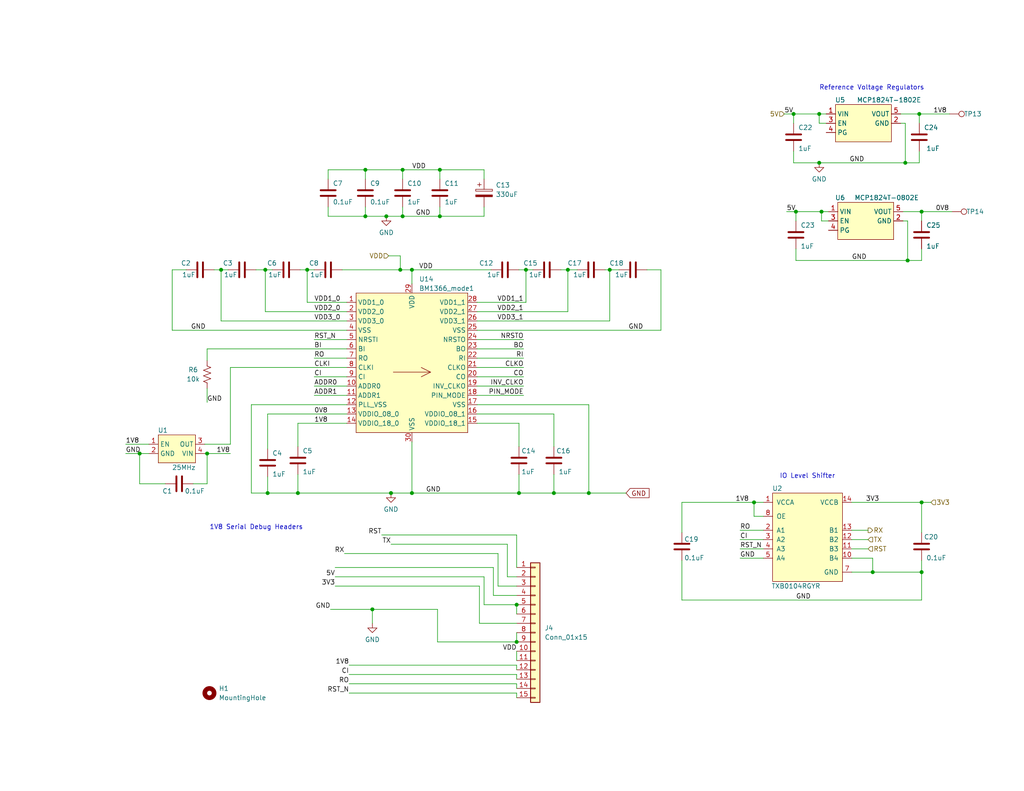
<source format=kicad_sch>
(kicad_sch (version 20230121) (generator eeschema)
  (paper "A")
  (title_block (title "BM1366 bitaxe") (date "2023-10-25") (rev "203"))
  (lib_symbols
    (symbol "Connector:TestPoint" (pin_numbers hide) (pin_names (offset 0.762) hide)
      (property "Reference" "TP" (at 0 6.858 0))
      (property "Value" "TestPoint" (at 0 5.08 0))
      (symbol "TestPoint_0_1"
        (circle (center 0 3.302) (radius 0.762))
      )
      (symbol "TestPoint_1_1"
        (pin passive line (at 0 0 90) (length 2.54) (name "1") (number "1"))
      )
    )
    (symbol "Connector_Generic:Conn_01x15" (pin_names (offset 1.016) hide)
      (property "Reference" "J" (at 0 20.32 0))
      (property "Value" "Conn_01x15" (at 0 -20.32 0))
      (symbol "Conn_01x15_1_1"
        (rectangle (start -1.27 -17.653) (end 0 -17.907) (stroke (width 0.1524)))
        (rectangle (start -1.27 -15.113) (end 0 -15.367) (stroke (width 0.1524)))
        (rectangle (start -1.27 -12.573) (end 0 -12.827) (stroke (width 0.1524)))
        (rectangle (start -1.27 -10.033) (end 0 -10.287) (stroke (width 0.1524)))
        (rectangle (start -1.27 -7.493) (end 0 -7.747) (stroke (width 0.1524)))
        (rectangle (start -1.27 -4.953) (end 0 -5.207) (stroke (width 0.1524)))
        (rectangle (start -1.27 -2.413) (end 0 -2.667) (stroke (width 0.1524)))
        (rectangle (start -1.27 0.127) (end 0 -0.127) (stroke (width 0.1524)))
        (rectangle (start -1.27 2.667) (end 0 2.413) (stroke (width 0.1524)))
        (rectangle (start -1.27 5.207) (end 0 4.953) (stroke (width 0.1524)))
        (rectangle (start -1.27 7.747) (end 0 7.493) (stroke (width 0.1524)))
        (rectangle (start -1.27 10.287) (end 0 10.033) (stroke (width 0.1524)))
        (rectangle (start -1.27 12.827) (end 0 12.573) (stroke (width 0.1524)))
        (rectangle (start -1.27 15.367) (end 0 15.113) (stroke (width 0.1524)))
        (rectangle (start -1.27 17.907) (end 0 17.653) (stroke (width 0.1524)))
        (rectangle (start -1.27 19.05) (end 1.27 -19.05) (stroke (width 0.254)) (fill (type background)))
        (pin passive line (at -5.08 17.78 0) (length 3.81) (name "Pin_1") (number "1"))
        (pin passive line (at -5.08 -5.08 0) (length 3.81) (name "Pin_10") (number "10"))
        (pin passive line (at -5.08 -7.62 0) (length 3.81) (name "Pin_11") (number "11"))
        (pin passive line (at -5.08 -10.16 0) (length 3.81) (name "Pin_12") (number "12"))
        (pin passive line (at -5.08 -12.7 0) (length 3.81) (name "Pin_13") (number "13"))
        (pin passive line (at -5.08 -15.24 0) (length 3.81) (name "Pin_14") (number "14"))
        (pin passive line (at -5.08 -17.78 0) (length 3.81) (name "Pin_15") (number "15"))
        (pin passive line (at -5.08 15.24 0) (length 3.81) (name "Pin_2") (number "2"))
        (pin passive line (at -5.08 12.7 0) (length 3.81) (name "Pin_3") (number "3"))
        (pin passive line (at -5.08 10.16 0) (length 3.81) (name "Pin_4") (number "4"))
        (pin passive line (at -5.08 7.62 0) (length 3.81) (name "Pin_5") (number "5"))
        (pin passive line (at -5.08 5.08 0) (length 3.81) (name "Pin_6") (number "6"))
        (pin passive line (at -5.08 2.54 0) (length 3.81) (name "Pin_7") (number "7"))
        (pin passive line (at -5.08 0 0) (length 3.81) (name "Pin_8") (number "8"))
        (pin passive line (at -5.08 -2.54 0) (length 3.81) (name "Pin_9") (number "9"))
      )
    )
    (symbol "Device:C" (pin_numbers hide) (pin_names (offset 0.254))
      (property "Reference" "C" (at 0.635 2.54 0))
      (property "Value" "C" (at 0.635 -2.54 0))
      (symbol "C_0_1"
        (polyline (pts (xy -2.032 -0.762) (xy 2.032 -0.762)) (stroke (width 0.508)))
        (polyline (pts (xy -2.032 0.762) (xy 2.032 0.762)) (stroke (width 0.508)))
      )
      (symbol "C_1_1"
        (pin passive line (at 0 3.81 270) (length 2.794) (name "~") (number "1"))
        (pin passive line (at 0 -3.81 90) (length 2.794) (name "~") (number "2"))
      )
    )
    (symbol "Device:C_Polarized" (pin_numbers hide) (pin_names (offset 0.254))
      (property "Reference" "C" (at 0.635 2.54 0))
      (property "Value" "C_Polarized" (at 0.635 -2.54 0))
      (symbol "C_Polarized_0_1"
        (rectangle (start -2.286 0.508) (end 2.286 1.016))
        (polyline (pts (xy -1.778 2.286) (xy -0.762 2.286)))
        (polyline (pts (xy -1.27 2.794) (xy -1.27 1.778)))
        (rectangle (start 2.286 -0.508) (end -2.286 -1.016) (fill (type outline)))
      )
      (symbol "C_Polarized_1_1"
        (pin passive line (at 0 3.81 270) (length 2.794) (name "~") (number "1"))
        (pin passive line (at 0 -3.81 90) (length 2.794) (name "~") (number "2"))
      )
    )
    (symbol "Device:R_US" (pin_numbers hide) (pin_names (offset 0))
      (property "Reference" "R" (at 2.54 0 90))
      (property "Value" "R_US" (at -2.54 0 90))
      (symbol "R_US_0_1"
        (polyline (pts (xy 0 -2.286) (xy 0 -2.54)))
        (polyline (pts (xy 0 2.286) (xy 0 2.54)))
        (polyline (pts (xy 0 -0.762) (xy 1.016 -1.143) (xy 0 -1.524) (xy -1.016 -1.905) (xy 0 -2.286)))
        (polyline (pts (xy 0 0.762) (xy 1.016 0.381) (xy 0 0) (xy -1.016 -0.381) (xy 0 -0.762)))
        (polyline (pts (xy 0 2.286) (xy 1.016 1.905) (xy 0 1.524) (xy -1.016 1.143) (xy 0 0.762)))
      )
      (symbol "R_US_1_1"
        (pin passive line (at 0 3.81 270) (length 1.27) (name "~") (number "1"))
        (pin passive line (at 0 -3.81 90) (length 1.27) (name "~") (number "2"))
      )
    )
    (symbol "Mechanical:MountingHole" (pin_names (offset 1.016))
      (property "Reference" "H" (at 0 5.08 0))
      (property "Value" "MountingHole" (at 0 3.175 0))
      (symbol "MountingHole_0_1"
        (circle (center 0 0) (radius 1.27) (stroke (width 1.27)))
      )
    )
    (symbol "bitaxe:BM1366_mode1"
      (property "Reference" "U14" (at 1.9559 24.13 0))
      (property "Value" "BM1366_mode1" (at 1.9559 21.59 0))
      (symbol "BM1366_mode1_0_1"
        (rectangle (start -15.24 20.32) (end 15.24 -17.78) (fill (type background)))
        (polyline (pts (xy 5.08 -1.27) (xy -5.08 -1.27)))
        (polyline (pts (xy 5.08 -1.27) (xy 2.54 -2.54)))
        (polyline (pts (xy 5.08 -1.27) (xy 2.54 0)))
      )
      (symbol "BM1366_mode1_1_1"
        (pin power_in line (at -17.78 17.78 0) (length 2.54) (name "VDD1_0") (number "1"))
        (pin input line (at -17.78 -5.08 0) (length 2.54) (name "ADDR0") (number "10"))
        (pin input line (at -17.78 -7.62 0) (length 2.54) (name "ADDR1") (number "11"))
        (pin power_in line (at -17.78 -10.16 0) (length 2.54) (name "PLL_VSS") (number "12"))
        (pin power_in line (at -17.78 -12.7 0) (length 2.54) (name "VDDIO_08_0") (number "13"))
        (pin power_in line (at -17.78 -15.24 0) (length 2.54) (name "VDDIO_18_0") (number "14"))
        (pin power_in line (at 17.78 -15.24 180) (length 2.54) (name "VDDIO_18_1") (number "15"))
        (pin power_in line (at 17.78 -12.7 180) (length 2.54) (name "VDDIO_08_1") (number "16"))
        (pin power_in line (at 17.78 -10.16 180) (length 2.54) (name "VSS") (number "17"))
        (pin input line (at 17.78 -7.62 180) (length 2.54) (name "PIN_MODE") (number "18"))
        (pin output line (at 17.78 -5.08 180) (length 2.54) (name "INV_CLKO") (number "19"))
        (pin power_in line (at -17.78 15.24 0) (length 2.54) (name "VDD2_0") (number "2"))
        (pin output line (at 17.78 -2.54 180) (length 2.54) (name "CO") (number "20"))
        (pin output line (at 17.78 0 180) (length 2.54) (name "CLKO") (number "21"))
        (pin input line (at 17.78 2.54 180) (length 2.54) (name "RI") (number "22"))
        (pin output line (at 17.78 5.08 180) (length 2.54) (name "BO") (number "23"))
        (pin output line (at 17.78 7.62 180) (length 2.54) (name "NRSTO") (number "24"))
        (pin power_in line (at 17.78 10.16 180) (length 2.54) (name "VSS") (number "25"))
        (pin power_in line (at 17.78 12.7 180) (length 2.54) (name "VDD3_1") (number "26"))
        (pin power_in line (at 17.78 15.24 180) (length 2.54) (name "VDD2_1") (number "27"))
        (pin power_in line (at 17.78 17.78 180) (length 2.54) (name "VDD1_1") (number "28"))
        (pin power_in line (at 0 22.86 270) (length 2.54) (name "VDD") (number "29"))
        (pin power_in line (at -17.78 12.7 0) (length 2.54) (name "VDD3_0") (number "3"))
        (pin power_in line (at 0 -20.32 90) (length 2.54) (name "VSS") (number "30"))
        (pin power_in line (at -17.78 10.16 0) (length 2.54) (name "VSS") (number "4"))
        (pin input line (at -17.78 7.62 0) (length 2.54) (name "NRSTI") (number "5"))
        (pin input line (at -17.78 5.08 0) (length 2.54) (name "BI") (number "6"))
        (pin output line (at -17.78 2.54 0) (length 2.54) (name "RO") (number "7"))
        (pin input line (at -17.78 0 0) (length 2.54) (name "CLKI") (number "8"))
        (pin input line (at -17.78 -2.54 0) (length 2.54) (name "CI") (number "9"))
      )
    )
    (symbol "bitaxe:MCP1824"
      (property "Reference" "U" (at -7.62 5.08 0))
      (property "Value" "MCP1824" (at 5.08 5.08 0))
      (symbol "MCP1824_0_1"
        (rectangle (start -7.62 3.81) (end 7.62 -6.35) (stroke (width 0.1524)) (fill (type background)))
      )
      (symbol "MCP1824_1_0"
        (pin bidirectional line (at -10.16 1.27 0) (length 2.54) (name "VIN") (number "1"))
        (pin bidirectional line (at 10.16 -1.27 180) (length 2.54) (name "GND") (number "2"))
        (pin bidirectional line (at -10.16 -1.27 0) (length 2.54) (name "EN") (number "3"))
        (pin bidirectional line (at -10.16 -3.81 0) (length 2.54) (name "PG") (number "4"))
        (pin bidirectional line (at 10.16 1.27 180) (length 2.54) (name "VOUT") (number "5"))
      )
    )
    (symbol "bitaxe:TXB0104RGYR" (pin_names (offset 1.016))
      (property "Reference" "U" (at -8.89 12.7 0))
      (property "Value" "TXB0104RGYR" (at -8.89 -11.43 0))
      (symbol "TXB0104RGYR_0_0"
        (rectangle (start -8.89 12.7) (end 10.16 -11.43) (stroke (width 0.1524)) (fill (type background)))
        (pin power_in line (at -11.43 10.16 0) (length 2.54) (name "VCCA") (number "1"))
        (pin bidirectional line (at 12.7 -5.08 180) (length 2.54) (name "B4") (number "10"))
        (pin bidirectional line (at 12.7 -2.54 180) (length 2.54) (name "B3") (number "11"))
        (pin bidirectional line (at 12.7 0 180) (length 2.54) (name "B2") (number "12"))
        (pin bidirectional line (at 12.7 2.54 180) (length 2.54) (name "B1") (number "13"))
        (pin power_in line (at 12.7 10.16 180) (length 2.54) (name "VCCB") (number "14"))
        (pin passive line (at 12.7 -8.89 180) (length 2.54) hide (name "GND") (number "15"))
        (pin passive line (at 12.7 -8.89 180) (length 2.54) hide (name "GND") (number "16"))
        (pin passive line (at 12.7 -8.89 180) (length 2.54) hide (name "GND") (number "17"))
        (pin passive line (at 12.7 -8.89 180) (length 2.54) hide (name "GND") (number "18"))
        (pin passive line (at 12.7 -8.89 180) (length 2.54) hide (name "GND") (number "19"))
        (pin bidirectional line (at -11.43 2.54 0) (length 2.54) (name "A1") (number "2"))
        (pin bidirectional line (at -11.43 0 0) (length 2.54) (name "A2") (number "3"))
        (pin bidirectional line (at -11.43 -2.54 0) (length 2.54) (name "A3") (number "4"))
        (pin bidirectional line (at -11.43 -5.08 0) (length 2.54) (name "A4") (number "5"))
        (pin power_in line (at 12.7 -8.89 180) (length 2.54) (name "GND") (number "7"))
        (pin input line (at -11.43 6.35 0) (length 2.54) (name "OE") (number "8"))
      )
      (symbol "TXB0104RGYR_1_1"
        (pin no_connect line (at -11.43 -8.89 0) (length 2.54) hide (name "NC") (number "6"))
        (pin no_connect line (at -11.43 -8.89 0) (length 2.54) hide (name "NC") (number "9"))
      )
    )
    (symbol "bitaxe:oscillator"
      (property "Reference" "U" (at -3.81 5.08 0))
      (property "Value" "oscillator" (at 0 -5.08 0))
      (symbol "oscillator_0_1"
        (rectangle (start -5.08 3.81) (end 5.08 -3.81) (stroke (width 0.1524)) (fill (type background)))
      )
      (symbol "oscillator_1_0"
        (pin bidirectional line (at -7.62 1.27 0) (length 2.54) (name "EN") (number "1"))
        (pin bidirectional line (at -7.62 -1.27 0) (length 2.54) (name "GND") (number "2"))
        (pin bidirectional line (at 7.62 1.27 180) (length 2.54) (name "OUT") (number "3"))
        (pin bidirectional line (at 7.62 -1.27 180) (length 2.54) (name "VIN") (number "4"))
      )
    )
    (symbol "power:GND" (power) (pin_names (offset 0))
      (property "Value" "GND" (at 0 -3.81 0))
      (symbol "GND_0_1"
        (polyline (pts (xy 0 0) (xy 0 -1.27) (xy 1.27 -1.27) (xy 0 -2.54) (xy -1.27 -1.27) (xy 0 -1.27)))
      )
      (symbol "GND_1_1"
        (pin power_in line (at 0 0 270) (length 0) hide (name "GND") (number "1"))
      )
    )
  )
  (junction (at 120.015 46.355))
  (junction (at 112.395 134.62))
  (junction (at 143.51 73.66))
  (junction (at 223.52 44.45))
  (junction (at 154.94 73.66))
  (junction (at 216.535 31.115) (diameter 0.9144))
  (junction (at 160.655 134.62))
  (junction (at 81.28 134.62))
  (junction (at 224.155 57.785))
  (junction (at 251.46 156.21))
  (junction (at 105.41 59.055))
  (junction (at 60.325 73.66))
  (junction (at 73.025 134.62))
  (junction (at 106.68 134.62))
  (junction (at 247.65 71.12) (diameter 0.9144))
  (junction (at 101.6 166.37))
  (junction (at 38.1 123.825))
  (junction (at 250.825 31.115) (diameter 0.9144))
  (junction (at 151.13 134.62))
  (junction (at 217.17 57.785) (diameter 0.9144))
  (junction (at 247.015 44.45) (diameter 0.9144))
  (junction (at 223.52 31.115))
  (junction (at 109.22 73.66))
  (junction (at 99.695 46.355) (diameter 0.9144))
  (junction (at 112.395 73.66))
  (junction (at 140.97 175.26))
  (junction (at 99.695 59.055) (diameter 0.9144))
  (junction (at 140.97 165.1))
  (junction (at 72.39 73.66))
  (junction (at 120.015 59.055))
  (junction (at 109.855 46.355) (diameter 0.9144))
  (junction (at 109.855 59.055) (diameter 0.9144))
  (junction (at 83.82 73.66))
  (junction (at 205.74 137.16))
  (junction (at 238.125 156.21))
  (junction (at 56.515 123.825))
  (junction (at 141.605 134.62))
  (junction (at 166.37 73.66))
  (junction (at 251.46 137.16))
  (junction (at 251.46 57.785) (diameter 0.9144))
  (wire (pts (xy 34.29 121.285) (xy 40.64 121.285)))
  (wire (pts (xy 132.08 48.895) (xy 132.08 46.355)))
  (wire (pts (xy 55.88 123.825) (xy 56.515 123.825)))
  (wire (pts (xy 138.43 148.59) (xy 138.43 157.48)))
  (wire (pts (xy 91.44 154.94) (xy 134.62 154.94)))
  (wire (pts (xy 166.37 87.63) (xy 166.37 73.66)))
  (wire (pts (xy 180.34 90.17) (xy 180.34 73.66)))
  (wire (pts (xy 154.94 85.09) (xy 154.94 73.66)))
  (wire (pts (xy 85.725 102.87) (xy 94.615 102.87)))
  (wire (pts (xy 68.58 134.62) (xy 73.025 134.62)))
  (wire (pts (xy 119.38 175.26) (xy 140.97 175.26)))
  (wire (pts (xy 38.1 123.825) (xy 40.64 123.825)))
  (wire (pts (xy 186.055 137.16) (xy 205.74 137.16)))
  (wire (pts (xy 238.125 152.4) (xy 238.125 156.21)))
  (wire (pts (xy 232.41 149.86) (xy 236.855 149.86)))
  (wire (pts (xy 105.41 59.055) (xy 99.695 59.055)))
  (wire (pts (xy 112.395 120.65) (xy 112.395 134.62)))
  (wire (pts (xy 109.22 73.66) (xy 112.395 73.66)))
  (wire (pts (xy 134.62 154.94) (xy 134.62 162.56)))
  (wire (pts (xy 91.44 157.48) (xy 132.08 157.48)))
  (wire (pts (xy 112.395 134.62) (xy 141.605 134.62)))
  (wire (pts (xy 250.825 41.275) (xy 250.825 44.45)))
  (wire (pts (xy 140.97 189.23) (xy 140.97 190.5)))
  (wire (pts (xy 247.015 33.655) (xy 245.745 33.655)))
  (wire (pts (xy 217.17 57.785) (xy 224.155 57.785)))
  (wire (pts (xy 91.44 160.02) (xy 130.81 160.02)))
  (wire (pts (xy 130.81 170.18) (xy 140.97 170.18)))
  (wire (pts (xy 56.515 123.825) (xy 62.865 123.825)))
  (wire (pts (xy 140.97 184.15) (xy 140.97 185.42)))
  (wire (pts (xy 130.175 105.41) (xy 142.875 105.41)))
  (wire (pts (xy 151.13 129.54) (xy 151.13 134.62)))
  (wire (pts (xy 201.93 149.86) (xy 208.28 149.86)))
  (wire (pts (xy 34.29 123.825) (xy 38.1 123.825)))
  (wire (pts (xy 130.175 92.71) (xy 142.875 92.71)))
  (wire (pts (xy 251.46 156.21) (xy 251.46 163.83)))
  (wire (pts (xy 140.97 186.69) (xy 140.97 187.96)))
  (wire (pts (xy 130.175 82.55) (xy 143.51 82.55)))
  (wire (pts (xy 247.65 60.325) (xy 246.38 60.325)))
  (wire (pts (xy 56.515 132.08) (xy 56.515 123.825)))
  (wire (pts (xy 130.81 160.02) (xy 130.81 170.18)))
  (wire (pts (xy 99.695 48.895) (xy 99.695 46.355)))
  (wire (pts (xy 95.25 186.69) (xy 140.97 186.69)))
  (wire (pts (xy 250.825 44.45) (xy 247.015 44.45)))
  (wire (pts (xy 109.855 56.515) (xy 109.855 59.055)))
  (wire (pts (xy 151.13 113.03) (xy 151.13 121.92)))
  (wire (pts (xy 217.17 67.945) (xy 217.17 71.12)))
  (wire (pts (xy 140.97 181.61) (xy 140.97 182.88)))
  (wire (pts (xy 130.175 110.49) (xy 160.655 110.49)))
  (wire (pts (xy 208.28 140.97) (xy 205.74 140.97)))
  (wire (pts (xy 81.28 115.57) (xy 94.615 115.57)))
  (wire (pts (xy 52.705 132.08) (xy 56.515 132.08)))
  (wire (pts (xy 232.41 152.4) (xy 238.125 152.4)))
  (wire (pts (xy 217.17 57.785) (xy 217.17 60.325)))
  (wire (pts (xy 247.65 71.12) (xy 217.17 71.12)))
  (wire (pts (xy 141.605 73.66) (xy 143.51 73.66)))
  (wire (pts (xy 251.46 67.945) (xy 251.46 71.12)))
  (wire (pts (xy 201.93 144.78) (xy 208.28 144.78)))
  (wire (pts (xy 109.855 48.895) (xy 109.855 46.355)))
  (wire (pts (xy 132.08 165.1) (xy 140.97 165.1)))
  (wire (pts (xy 151.13 134.62) (xy 160.655 134.62)))
  (wire (pts (xy 251.46 57.785) (xy 259.715 57.785)))
  (wire (pts (xy 81.915 73.66) (xy 83.82 73.66)))
  (wire (pts (xy 119.38 166.37) (xy 119.38 175.26)))
  (wire (pts (xy 153.035 73.66) (xy 154.94 73.66)))
  (wire (pts (xy 251.46 71.12) (xy 247.65 71.12)))
  (wire (pts (xy 109.22 69.85) (xy 109.22 73.66)))
  (wire (pts (xy 224.155 60.325) (xy 224.155 57.785)))
  (wire (pts (xy 216.535 41.275) (xy 216.535 44.45)))
  (wire (pts (xy 72.39 73.66) (xy 74.295 73.66)))
  (wire (pts (xy 85.725 105.41) (xy 94.615 105.41)))
  (wire (pts (xy 93.98 151.13) (xy 135.89 151.13)))
  (wire (pts (xy 223.52 31.115) (xy 225.425 31.115)))
  (wire (pts (xy 60.325 87.63) (xy 60.325 73.66)))
  (wire (pts (xy 140.97 177.8) (xy 140.97 180.34)))
  (wire (pts (xy 247.65 60.325) (xy 247.65 71.12)))
  (wire (pts (xy 120.015 59.055) (xy 109.855 59.055)))
  (wire (pts (xy 69.85 73.66) (xy 72.39 73.66)))
  (wire (pts (xy 101.6 166.37) (xy 101.6 170.18)))
  (wire (pts (xy 251.46 137.16) (xy 254 137.16)))
  (wire (pts (xy 251.46 137.16) (xy 251.46 145.415)))
  (wire (pts (xy 73.025 130.175) (xy 73.025 134.62)))
  (wire (pts (xy 46.99 73.66) (xy 50.8 73.66)))
  (wire (pts (xy 143.51 73.66) (xy 145.415 73.66)))
  (wire (pts (xy 73.025 134.62) (xy 81.28 134.62)))
  (wire (pts (xy 232.41 147.32) (xy 236.855 147.32)))
  (wire (pts (xy 130.175 87.63) (xy 166.37 87.63)))
  (wire (pts (xy 223.52 33.655) (xy 225.425 33.655)))
  (wire (pts (xy 232.41 156.21) (xy 238.125 156.21)))
  (wire (pts (xy 130.175 90.17) (xy 180.34 90.17)))
  (wire (pts (xy 130.175 107.95) (xy 142.875 107.95)))
  (wire (pts (xy 83.82 82.55) (xy 94.615 82.55)))
  (wire (pts (xy 99.695 59.055) (xy 89.535 59.055)))
  (wire (pts (xy 133.985 73.66) (xy 112.395 73.66)))
  (wire (pts (xy 135.89 160.02) (xy 140.97 160.02)))
  (wire (pts (xy 101.6 166.37) (xy 119.38 166.37)))
  (wire (pts (xy 60.325 73.66) (xy 62.23 73.66)))
  (wire (pts (xy 73.025 113.03) (xy 73.025 122.555)))
  (wire (pts (xy 132.08 157.48) (xy 132.08 165.1)))
  (wire (pts (xy 224.155 57.785) (xy 226.06 57.785)))
  (wire (pts (xy 93.345 73.66) (xy 109.22 73.66)))
  (wire (pts (xy 85.725 107.95) (xy 94.615 107.95)))
  (wire (pts (xy 106.68 148.59) (xy 138.43 148.59)))
  (wire (pts (xy 73.025 113.03) (xy 94.615 113.03)))
  (wire (pts (xy 89.535 56.515) (xy 89.535 59.055)))
  (wire (pts (xy 247.015 33.655) (xy 247.015 44.45)))
  (wire (pts (xy 109.855 59.055) (xy 105.41 59.055)))
  (wire (pts (xy 165.1 73.66) (xy 166.37 73.66)))
  (wire (pts (xy 109.855 46.355) (xy 120.015 46.355)))
  (wire (pts (xy 130.175 95.25) (xy 142.875 95.25)))
  (wire (pts (xy 58.42 73.66) (xy 60.325 73.66)))
  (wire (pts (xy 232.41 144.78) (xy 236.855 144.78)))
  (wire (pts (xy 246.38 57.785) (xy 251.46 57.785)))
  (wire (pts (xy 130.175 100.33) (xy 142.875 100.33)))
  (wire (pts (xy 120.015 48.895) (xy 120.015 46.355)))
  (wire (pts (xy 106.045 69.85) (xy 109.22 69.85)))
  (wire (pts (xy 72.39 85.09) (xy 72.39 73.66)))
  (wire (pts (xy 85.725 92.71) (xy 94.615 92.71)))
  (wire (pts (xy 238.125 156.21) (xy 251.46 156.21)))
  (wire (pts (xy 216.535 31.115) (xy 223.52 31.115)))
  (wire (pts (xy 213.995 31.115) (xy 216.535 31.115)))
  (wire (pts (xy 216.535 31.115) (xy 216.535 33.655)))
  (wire (pts (xy 141.605 129.54) (xy 141.605 134.62)))
  (wire (pts (xy 224.155 60.325) (xy 226.06 60.325)))
  (wire (pts (xy 81.28 129.54) (xy 81.28 134.62)))
  (wire (pts (xy 140.97 172.72) (xy 140.97 175.26)))
  (wire (pts (xy 214.63 57.785) (xy 217.17 57.785)))
  (wire (pts (xy 72.39 85.09) (xy 94.615 85.09)))
  (wire (pts (xy 95.25 181.61) (xy 140.97 181.61)))
  (wire (pts (xy 55.88 121.285) (xy 62.865 121.285)))
  (wire (pts (xy 245.745 31.115) (xy 250.825 31.115)))
  (wire (pts (xy 160.655 110.49) (xy 160.655 134.62)))
  (wire (pts (xy 62.865 100.33) (xy 62.865 121.285)))
  (wire (pts (xy 143.51 82.55) (xy 143.51 73.66)))
  (wire (pts (xy 130.175 115.57) (xy 141.605 115.57)))
  (wire (pts (xy 251.46 153.035) (xy 251.46 156.21)))
  (wire (pts (xy 99.695 56.515) (xy 99.695 59.055)))
  (wire (pts (xy 130.175 85.09) (xy 154.94 85.09)))
  (wire (pts (xy 201.93 152.4) (xy 208.28 152.4)))
  (wire (pts (xy 56.515 106.045) (xy 56.515 109.855)))
  (wire (pts (xy 186.055 153.035) (xy 186.055 163.83)))
  (wire (pts (xy 154.94 73.66) (xy 157.48 73.66)))
  (wire (pts (xy 112.395 73.66) (xy 112.395 77.47)))
  (wire (pts (xy 180.34 73.66) (xy 176.53 73.66)))
  (wire (pts (xy 60.325 87.63) (xy 94.615 87.63)))
  (wire (pts (xy 140.97 165.1) (xy 140.97 167.64)))
  (wire (pts (xy 135.89 151.13) (xy 135.89 160.02)))
  (wire (pts (xy 90.17 166.37) (xy 101.6 166.37)))
  (wire (pts (xy 160.655 134.62) (xy 170.815 134.62)))
  (wire (pts (xy 141.605 115.57) (xy 141.605 121.92)))
  (wire (pts (xy 56.515 95.25) (xy 94.615 95.25)))
  (wire (pts (xy 85.725 97.79) (xy 94.615 97.79)))
  (wire (pts (xy 89.535 46.355) (xy 99.695 46.355)))
  (wire (pts (xy 250.825 31.115) (xy 250.825 33.655)))
  (wire (pts (xy 81.28 115.57) (xy 81.28 121.92)))
  (wire (pts (xy 95.25 184.15) (xy 140.97 184.15)))
  (wire (pts (xy 223.52 44.45) (xy 216.535 44.45)))
  (wire (pts (xy 130.175 97.79) (xy 142.875 97.79)))
  (wire (pts (xy 56.515 95.25) (xy 56.515 98.425)))
  (wire (pts (xy 166.37 73.66) (xy 168.91 73.66)))
  (wire (pts (xy 134.62 162.56) (xy 140.97 162.56)))
  (wire (pts (xy 251.46 57.785) (xy 251.46 60.325)))
  (wire (pts (xy 120.015 46.355) (xy 132.08 46.355)))
  (wire (pts (xy 250.825 31.115) (xy 259.08 31.115)))
  (wire (pts (xy 186.055 145.415) (xy 186.055 137.16)))
  (wire (pts (xy 223.52 33.655) (xy 223.52 31.115)))
  (wire (pts (xy 95.25 189.23) (xy 140.97 189.23)))
  (wire (pts (xy 99.695 46.355) (xy 109.855 46.355)))
  (wire (pts (xy 62.865 100.33) (xy 94.615 100.33)))
  (wire (pts (xy 141.605 134.62) (xy 151.13 134.62)))
  (wire (pts (xy 232.41 137.16) (xy 251.46 137.16)))
  (wire (pts (xy 132.08 56.515) (xy 132.08 59.055)))
  (wire (pts (xy 45.085 132.08) (xy 38.1 132.08)))
  (wire (pts (xy 120.015 56.515) (xy 120.015 59.055)))
  (wire (pts (xy 89.535 48.895) (xy 89.535 46.355)))
  (wire (pts (xy 83.82 73.66) (xy 85.725 73.66)))
  (wire (pts (xy 94.615 90.17) (xy 46.99 90.17)))
  (wire (pts (xy 205.74 140.97) (xy 205.74 137.16)))
  (wire (pts (xy 94.615 110.49) (xy 68.58 110.49)))
  (wire (pts (xy 81.28 134.62) (xy 106.68 134.62)))
  (wire (pts (xy 83.82 73.66) (xy 83.82 82.55)))
  (wire (pts (xy 205.74 137.16) (xy 208.28 137.16)))
  (wire (pts (xy 130.175 113.03) (xy 151.13 113.03)))
  (wire (pts (xy 201.93 147.32) (xy 208.28 147.32)))
  (wire (pts (xy 186.055 163.83) (xy 251.46 163.83)))
  (wire (pts (xy 38.1 132.08) (xy 38.1 123.825)))
  (wire (pts (xy 104.14 146.05) (xy 140.97 146.05)))
  (wire (pts (xy 120.015 59.055) (xy 132.08 59.055)))
  (wire (pts (xy 130.175 102.87) (xy 142.875 102.87)))
  (wire (pts (xy 140.97 146.05) (xy 140.97 154.94)))
  (wire (pts (xy 68.58 110.49) (xy 68.58 134.62)))
  (wire (pts (xy 46.99 90.17) (xy 46.99 73.66)))
  (wire (pts (xy 106.68 134.62) (xy 112.395 134.62)))
  (wire (pts (xy 247.015 44.45) (xy 223.52 44.45)))
  (wire (pts (xy 138.43 157.48) (xy 140.97 157.48)))
  (text "1V8 Serial Debug Headers" (at 57.15 144.78 0) (effects (font (size 1.27 1.27)) (justify left bottom)))
  (text "Reference Voltage Regulators" (at 223.52 24.765 0) (effects (font (size 1.27 1.27)) (justify left bottom)))
  (text "IO Level Shifter" (at 212.725 130.81 0) (effects (font (size 1.27 1.27)) (justify left bottom)))
  (label "VDD1_0" (at 85.725 82.55 0))
  (label "GND" (at 231.775 44.45 0))
  (label "NRSTO" (at 142.875 92.71 180))
  (label "GND" (at 171.45 90.17 0))
  (label "BO" (at 142.875 95.25 180))
  (label "ADDR1" (at 85.725 107.95 0))
  (label "INV_CLKO" (at 142.875 105.41 180))
  (label "1V8" (at 254.635 31.115 0))
  (label "PIN_MODE" (at 142.875 107.95 180))
  (label "VDD2_1" (at 142.875 85.09 180))
  (label "TX" (at 106.68 148.59 180))
  (label "GND" (at 52.07 90.17 0))
  (label "GND" (at 116.205 134.62 0))
  (label "5V" (at 214.63 57.785 0))
  (label "RO" (at 201.93 144.78 0))
  (label "1V8" (at 34.29 121.285 0))
  (label "1V8" (at 95.25 181.61 180))
  (label "VDD" (at 114.3 73.66 0))
  (label "0V8" (at 255.27 57.785 0))
  (label "RST_N" (at 95.25 189.23 180))
  (label "RO" (at 95.25 186.69 180))
  (label "CLKO" (at 142.875 100.33 180))
  (label "GND" (at 34.29 123.825 0))
  (label "VDD3_0" (at 85.725 87.63 0))
  (label "5V" (at 213.995 31.115 0))
  (label "VDD" (at 112.395 46.355 0))
  (label "RO" (at 85.725 97.79 0))
  (label "GND" (at 56.515 109.855 0))
  (label "VDD1_1" (at 142.875 82.55 180))
  (label "3V3" (at 91.44 160.02 180))
  (label "ADDR0" (at 85.725 105.41 0))
  (label "CI" (at 95.25 184.15 180))
  (label "1V8" (at 200.66 137.16 0))
  (label "CLKI" (at 85.725 100.33 0))
  (label "CO" (at 142.875 102.87 180))
  (label "RST_N" (at 85.725 92.71 0))
  (label "1V8" (at 85.725 115.57 0))
  (label "GND" (at 232.41 71.12 0))
  (label "VDD" (at 140.97 177.8 180))
  (label "GND" (at 201.93 152.4 0))
  (label "5V" (at 91.44 157.48 180))
  (label "RX" (at 93.98 151.13 180))
  (label "GND" (at 90.17 166.37 180))
  (label "RI" (at 142.875 97.79 180))
  (label "RST" (at 104.14 146.05 180))
  (label "VDD2_0" (at 85.725 85.09 0))
  (label "BI" (at 85.725 95.25 0))
  (label "GND" (at 217.17 163.83 0))
  (label "CI" (at 201.93 147.32 0))
  (label "CI" (at 85.725 102.87 0))
  (label "VDD3_1" (at 142.875 87.63 180))
  (label "1V8" (at 59.055 123.825 0))
  (label "0V8" (at 85.725 113.03 0))
  (label "GND" (at 117.475 59.055 180))
  (label "RST_N" (at 201.93 149.86 0))
  (label "3V3" (at 236.22 137.16 0))
  (global_label "GND" (shape input) (at 170.815 134.62 0) (property "Intersheetrefs" "${INTERSHEET_REFS}" (effects hide)))
  (hierarchical_label "RST" (shape input) (at 236.855 149.86 0))
  (hierarchical_label "5V" (shape input) (at 213.995 31.115 180))
  (hierarchical_label "3V3" (shape input) (at 254 137.16 0))
  (hierarchical_label "TX" (shape input) (at 236.855 147.32 0))
  (hierarchical_label "VDD" (shape input) (at 106.045 69.85 180))
  (hierarchical_label "RX" (shape output) (at 236.855 144.78 0))
  (symbol (lib_id "Device:C") (at 250.825 37.465 0) (unit 1)
    (property "Reference" "C24" (at 252.095 35.56 0) (effects (justify left bottom)))
    (property "Value" "1uF" (at 252.73 41.275 0) (effects (justify left bottom)))
    (property "Footprint" "Capacitor_SMD:C_0402_1005Metric" (effects hide))
    (property "DK" "587-5514-1-ND" (effects hide))
    (property "PARTNO" "EMK105BJ105MV-F" (effects hide))
    (property "LCSC" "C52923" (effects hide))
  )
  (symbol (lib_id "Device:C") (at 216.535 37.465 0) (unit 1)
    (property "Reference" "C22" (at 217.805 35.56 0) (effects (justify left bottom)))
    (property "Value" "1uF" (at 217.805 41.275 0) (effects (justify left bottom)))
    (property "Footprint" "Capacitor_SMD:C_0402_1005Metric" (effects hide))
    (property "DK" "587-5514-1-ND" (effects hide))
    (property "PARTNO" "EMK105BJ105MV-F" (effects hide))
    (property "LCSC" "C52923" (effects hide))
  )
  (symbol (lib_id "Mechanical:MountingHole") (at 57.15 189.23 0) (unit 1)
    (property "Reference" "H1" (at 59.69 187.96 0) (effects (justify left)))
    (property "Value" "MountingHole" (at 59.69 190.5 0) (effects (justify left)))
    (property "Footprint" "bitaxe:heatsink_mount_bridge" (effects hide))
  )
  (symbol (lib_id "Device:C") (at 89.535 52.705 0) (unit 1)
    (property "Reference" "C7" (at 90.805 50.8 0) (effects (justify left bottom)))
    (property "Value" "0.1uF" (at 90.805 55.88 0) (effects (justify left bottom)))
    (property "Footprint" "Capacitor_SMD:C_0402_1005Metric" (effects hide))
    (property "DK" "1292-1639-1-ND" (effects hide))
    (property "PARTNO" "0402X104K100CT" (effects hide))
    (property "LCSC" "C1525" (effects hide))
  )
  (symbol (lib_id "Device:C") (at 172.72 73.66 90) (unit 1)
    (property "Reference" "C18" (at 170.18 71.12 90) (effects (justify left bottom)))
    (property "Value" "1uF" (at 171.45 74.295 90) (effects (justify left bottom)))
    (property "Footprint" "Capacitor_SMD:C_0402_1005Metric" (effects hide))
    (property "DK" "587-5514-1-ND" (effects hide))
    (property "PARTNO" "EMK105BJ105MV-F" (effects hide))
    (property "LCSC" "C52923" (effects hide))
  )
  (symbol (lib_id "power:GND") (at 106.68 134.62 0) (mirror y) (unit 1)
    (property "Reference" "#PWR02" (effects hide))
    (property "Value" "GND" (at 106.68 139.065 0))
  )
  (symbol (lib_id "Device:C") (at 161.29 73.66 90) (unit 1)
    (property "Reference" "C17" (at 158.75 71.12 90) (effects (justify left bottom)))
    (property "Value" "1uF" (at 160.02 74.295 90) (effects (justify left bottom)))
    (property "Footprint" "Capacitor_SMD:C_0402_1005Metric" (effects hide))
    (property "DK" "587-5514-1-ND" (effects hide))
    (property "PARTNO" "EMK105BJ105MV-F" (effects hide))
    (property "LCSC" "C52923" (effects hide))
  )
  (symbol (lib_id "Device:C") (at 251.46 149.225 0) (unit 1)
    (property "Reference" "C20" (at 252.095 147.32 0) (effects (justify left bottom)))
    (property "Value" "0.1uF" (at 252.73 153.035 0) (effects (justify left bottom)))
    (property "Footprint" "Capacitor_SMD:C_0402_1005Metric" (effects hide))
    (property "DK" "1292-1639-1-ND" (effects hide))
    (property "PARTNO" "0402X104K100CT" (effects hide))
    (property "LCSC" "C1525" (effects hide))
  )
  (symbol (lib_id "bitaxe:oscillator") (at 48.26 122.555 0) (unit 1)
    (property "Reference" "U1" (at 44.45 117.475 0))
    (property "Value" "25MHz" (at 50.165 127.635 0))
    (property "Footprint" "bitaxe:O 25,0-JO32-B-1V3-1-T1-LF" (effects hide))
    (property "Datasheet" "https://www.jauch.com/downloadfile/5ef1edcfb8e2f73163c8ce8009ef659d1/jo32-1.8-3.3v.pdf" (effects hide))
    (property "DK" "1908-O250-JO32-B-1V3-1-T1-LFCT-ND" (effects hide))
    (property "PARTNO" "O 25,0-JO32-B-1V3-1-T1-LF" (effects hide))
    (property "LCSC" "C507380" (effects hide))
  )
  (symbol (lib_id "Device:C") (at 99.695 52.705 0) (unit 1)
    (property "Reference" "C9" (at 100.965 50.8 0) (effects (justify left bottom)))
    (property "Value" "0.1uF" (at 100.965 55.88 0) (effects (justify left bottom)))
    (property "Footprint" "Capacitor_SMD:C_0402_1005Metric" (effects hide))
    (property "DK" "1292-1639-1-ND" (effects hide))
    (property "PARTNO" "0402X104K100CT" (effects hide))
    (property "LCSC" "C1525" (effects hide))
  )
  (symbol (lib_id "Device:C") (at 186.055 149.225 0) (unit 1)
    (property "Reference" "C19" (at 186.69 147.955 0) (effects (justify left bottom)))
    (property "Value" "0.1uF" (at 186.69 153.035 0) (effects (justify left bottom)))
    (property "Footprint" "Capacitor_SMD:C_0402_1005Metric" (effects hide))
    (property "DK" "1292-1639-1-ND" (effects hide))
    (property "PARTNO" "0402X104K100CT" (effects hide))
    (property "LCSC" "C1525" (effects hide))
  )
  (symbol (lib_id "Device:C_Polarized") (at 132.08 52.705 0) (unit 1)
    (property "Reference" "C13" (at 135.255 50.5459 0) (effects (justify left)))
    (property "Value" "330uF" (at 135.255 53.0859 0) (effects (justify left)))
    (property "Footprint" "Capacitor_Tantalum_SMD:CP_EIA-7343-31_Kemet-D_Pad2.25x2.55mm_HandSolder" (effects hide))
    (property "DK" "718-1028-1-ND" (effects hide))
    (property "PARTNO" "293D337X9010E2TE3" (effects hide))
    (property "LCSC" "C347551" (effects hide))
  )
  (symbol (lib_id "Device:C") (at 48.895 132.08 90) (unit 1)
    (property "Reference" "C1" (at 46.99 133.35 90) (effects (justify left bottom)))
    (property "Value" "0.1uF" (at 55.88 133.35 90) (effects (justify left bottom)))
    (property "Footprint" "Capacitor_SMD:C_0402_1005Metric" (effects hide))
    (property "DK" "1292-1639-1-ND" (effects hide))
    (property "PARTNO" "0402X104K100CT" (effects hide))
    (property "LCSC" "C1525" (effects hide))
  )
  (symbol (lib_id "Connector:TestPoint") (at 259.715 57.785 270) (mirror x) (unit 1) (in_bom no)
    (property "Reference" "TP14" (at 266.065 57.785 90))
    (property "Value" "TestPoint" (effects hide))
    (property "Footprint" "TestPoint:TestPoint_Pad_D1.5mm" (effects hide))
  )
  (symbol (lib_id "Device:C") (at 137.795 73.66 90) (unit 1)
    (property "Reference" "C12" (at 134.62 71.12 90) (effects (justify left bottom)))
    (property "Value" "1uF" (at 136.525 74.295 90) (effects (justify left bottom)))
    (property "Footprint" "Capacitor_SMD:C_0402_1005Metric" (effects hide))
    (property "DK" "587-5514-1-ND" (effects hide))
    (property "PARTNO" "EMK105BJ105MV-F" (effects hide))
    (property "LCSC" "C52923" (effects hide))
  )
  (symbol (lib_id "Device:C") (at 109.855 52.705 0) (unit 1)
    (property "Reference" "C10" (at 111.125 50.8 0) (effects (justify left bottom)))
    (property "Value" "1uF" (at 111.125 55.88 0) (effects (justify left bottom)))
    (property "Footprint" "Capacitor_SMD:C_0402_1005Metric" (effects hide))
    (property "DK" "587-5514-1-ND" (effects hide))
    (property "PARTNO" "EMK105BJ105MV-F" (effects hide))
    (property "LCSC" "C52923" (effects hide))
  )
  (symbol (lib_id "bitaxe:MCP1824") (at 236.22 59.055 0) (unit 1)
    (property "Reference" "U6" (at 229.235 53.975 0))
    (property "Value" "MCP1824T-0802E" (at 241.935 53.975 0))
    (property "Footprint" "Package_TO_SOT_SMD:SOT-23-5" (effects hide))
    (property "Datasheet" "https://ww1.microchip.com/downloads/en/DeviceDoc/22070a.pdf" (effects hide))
    (property "PARTNO" "MCP1824T-0802E/OT" (effects hide))
    (property "DK" "MCP1824T-0802E/OTCT-ND" (effects hide))
    (property "LCSC" "C625460" (effects hide))
  )
  (symbol (lib_id "bitaxe:TXB0104RGYR") (at 219.71 147.32 0) (unit 1)
    (property "Reference" "U2" (at 212.09 133.35 0))
    (property "Value" "TXB0104RGYR" (at 217.17 160.02 0))
    (property "Footprint" "bitaxe:TXB0104" (effects hide))
    (property "Datasheet" "https://www.ti.com/lit/ds/symlink/txb0104.pdf?HQS=dis-dk-null-digikeymode-dsf-pf-null-wwe&ts=1669420543825&ref_url=https%253A%252F%252Fwww.ti.com%252Fgeneral%252Fdocs%252Fsuppproductinfo.tsp%253FdistId%253D10%2526gotoUrl%253Dhttps%253A%252F%252Fwww.ti.com%252Flit%252Fgpn%252Ftxb0104" (effects hide))
    (property "DK" "296-21930-1-ND" (effects hide))
    (property "PARTNO" "TXB0104RGYR" (effects hide))
    (property "LCSC" "C400708" (effects hide))
  )
  (symbol (lib_id "Device:C") (at 66.04 73.66 90) (unit 1)
    (property "Reference" "C3" (at 63.5 71.12 90) (effects (justify left bottom)))
    (property "Value" "1uF" (at 64.77 74.295 90) (effects (justify left bottom)))
    (property "Footprint" "Capacitor_SMD:C_0402_1005Metric" (effects hide))
    (property "DK" "587-5514-1-ND" (effects hide))
    (property "PARTNO" "EMK105BJ105MV-F" (effects hide))
    (property "LCSC" "C52923" (effects hide))
  )
  (symbol (lib_id "power:GND") (at 223.52 44.45 0) (mirror y) (unit 1)
    (property "Reference" "#PWR04" (effects hide))
    (property "Value" "GND" (at 223.52 48.895 0))
  )
  (symbol (lib_id "Device:C") (at 120.015 52.705 0) (unit 1)
    (property "Reference" "C11" (at 121.285 50.8 0) (effects (justify left bottom)))
    (property "Value" "1uF" (at 121.285 55.88 0) (effects (justify left bottom)))
    (property "Footprint" "Capacitor_SMD:C_0402_1005Metric" (effects hide))
    (property "DK" "587-5514-1-ND" (effects hide))
    (property "PARTNO" "EMK105BJ105MV-F" (effects hide))
    (property "LCSC" "C52923" (effects hide))
  )
  (symbol (lib_id "Connector_Generic:Conn_01x15") (at 146.05 172.72 0) (unit 1)
    (property "Reference" "J4" (at 148.59 171.45 0) (effects (justify left)))
    (property "Value" "Conn_01x15" (at 148.59 173.99 0) (effects (justify left)))
    (property "Footprint" "Connector_JST:JST_XA_B15B-XASK-1_1x15_P2.50mm_Vertical" (effects hide))
  )
  (symbol (lib_id "Device:C") (at 73.025 126.365 0) (unit 1)
    (property "Reference" "C4" (at 74.295 124.46 0) (effects (justify left bottom)))
    (property "Value" "1uF" (at 74.295 130.175 0) (effects (justify left bottom)))
    (property "Footprint" "Capacitor_SMD:C_0402_1005Metric" (effects hide))
    (property "DK" "587-5514-1-ND" (effects hide))
    (property "PARTNO" "EMK105BJ105MV-F" (effects hide))
    (property "LCSC" "C52923" (effects hide))
  )
  (symbol (lib_id "Device:C") (at 141.605 125.73 0) (unit 1)
    (property "Reference" "C14" (at 142.24 123.825 0) (effects (justify left bottom)))
    (property "Value" "1uF" (at 142.24 129.54 0) (effects (justify left bottom)))
    (property "Footprint" "Capacitor_SMD:C_0402_1005Metric" (effects hide))
    (property "DK" "587-5514-1-ND" (effects hide))
    (property "PARTNO" "EMK105BJ105MV-F" (effects hide))
    (property "LCSC" "C52923" (effects hide))
  )
  (symbol (lib_id "Device:C") (at 81.28 125.73 0) (unit 1)
    (property "Reference" "C5" (at 82.55 123.825 0) (effects (justify left bottom)))
    (property "Value" "1uF" (at 82.55 129.54 0) (effects (justify left bottom)))
    (property "Footprint" "Capacitor_SMD:C_0402_1005Metric" (effects hide))
    (property "DK" "587-5514-1-ND" (effects hide))
    (property "PARTNO" "EMK105BJ105MV-F" (effects hide))
    (property "LCSC" "C52923" (effects hide))
  )
  (symbol (lib_id "bitaxe:BM1366_mode1") (at 112.395 100.33 0) (unit 1)
    (property "Reference" "U14" (at 114.3509 76.2 0) (effects (justify left)))
    (property "Value" "BM1366_mode1" (at 114.3509 78.74 0) (effects (justify left)))
    (property "Footprint" "bitaxe:BM1366" (effects hide))
  )
  (symbol (lib_id "Connector:TestPoint") (at 259.08 31.115 270) (mirror x) (unit 1) (in_bom no)
    (property "Reference" "TP13" (at 265.43 31.115 90))
    (property "Value" "TestPoint" (effects hide))
    (property "Footprint" "TestPoint:TestPoint_Pad_D1.5mm" (effects hide))
  )
  (symbol (lib_id "bitaxe:MCP1824") (at 235.585 32.385 0) (unit 1)
    (property "Reference" "U5" (at 229.235 27.305 0))
    (property "Value" "MCP1824T-1802E" (at 242.57 27.305 0))
    (property "Footprint" "Package_TO_SOT_SMD:SOT-23-5" (effects hide))
    (property "Datasheet" "https://ww1.microchip.com/downloads/en/DeviceDoc/22070a.pdf" (effects hide))
    (property "PARTNO" "MCP1824T-1802E/OT" (effects hide))
    (property "DK" "MCP1824T-1802E/OTCT-ND" (effects hide))
    (property "LCSC" "C625462" (effects hide))
  )
  (symbol (lib_id "power:GND") (at 105.41 59.055 0) (mirror y) (unit 1)
    (property "Reference" "#PWR01" (effects hide))
    (property "Value" "GND" (at 105.41 63.5 0))
  )
  (symbol (lib_id "Device:R_US") (at 56.515 102.235 180) (unit 1)
    (property "Reference" "R6" (at 52.705 100.965 0))
    (property "Value" "10k" (at 52.705 103.505 0))
    (property "Footprint" "Resistor_SMD:R_0402_1005Metric" (effects hide))
    (property "DK" "311-10KJRCT-ND" (effects hide))
    (property "PARTNO" "RC0402JR-0710KL" (effects hide))
    (property "LCSC" "C25744" (effects hide))
  )
  (symbol (lib_id "power:GND") (at 101.6 170.18 0) (mirror y) (unit 1)
    (property "Reference" "#PWR05" (effects hide))
    (property "Value" "GND" (at 101.6 174.625 0))
  )
  (symbol (lib_id "Device:C") (at 217.17 64.135 0) (unit 1)
    (property "Reference" "C23" (at 218.44 62.23 0) (effects (justify left bottom)))
    (property "Value" "1uF" (at 218.44 67.945 0) (effects (justify left bottom)))
    (property "Footprint" "Capacitor_SMD:C_0402_1005Metric" (effects hide))
    (property "DK" "587-5514-1-ND" (effects hide))
    (property "PARTNO" "EMK105BJ105MV-F" (effects hide))
    (property "LCSC" "C52923" (effects hide))
  )
  (symbol (lib_id "Device:C") (at 151.13 125.73 0) (unit 1)
    (property "Reference" "C16" (at 151.765 123.825 0) (effects (justify left bottom)))
    (property "Value" "1uF" (at 152.4 129.54 0) (effects (justify left bottom)))
    (property "Footprint" "Capacitor_SMD:C_0402_1005Metric" (effects hide))
    (property "DK" "587-5514-1-ND" (effects hide))
    (property "PARTNO" "EMK105BJ105MV-F" (effects hide))
    (property "LCSC" "C52923" (effects hide))
  )
  (symbol (lib_id "Device:C") (at 54.61 73.66 90) (unit 1)
    (property "Reference" "C2" (at 52.07 71.12 90) (effects (justify left bottom)))
    (property "Value" "1uF" (at 53.34 74.295 90) (effects (justify left bottom)))
    (property "Footprint" "Capacitor_SMD:C_0402_1005Metric" (effects hide))
    (property "DK" "587-5514-1-ND" (effects hide))
    (property "PARTNO" "EMK105BJ105MV-F" (effects hide))
    (property "LCSC" "C52923" (effects hide))
  )
  (symbol (lib_id "Device:C") (at 89.535 73.66 90) (unit 1)
    (property "Reference" "C8" (at 86.995 71.12 90) (effects (justify left bottom)))
    (property "Value" "1uF" (at 88.265 74.295 90) (effects (justify left bottom)))
    (property "Footprint" "Capacitor_SMD:C_0402_1005Metric" (effects hide))
    (property "DK" "587-5514-1-ND" (effects hide))
    (property "PARTNO" "EMK105BJ105MV-F" (effects hide))
    (property "LCSC" "C52923" (effects hide))
  )
  (symbol (lib_id "Device:C") (at 251.46 64.135 0) (unit 1)
    (property "Reference" "C25" (at 252.73 62.23 0) (effects (justify left bottom)))
    (property "Value" "1uF" (at 252.73 67.945 0) (effects (justify left bottom)))
    (property "Footprint" "Capacitor_SMD:C_0402_1005Metric" (effects hide))
    (property "DK" "587-5514-1-ND" (effects hide))
    (property "PARTNO" "EMK105BJ105MV-F" (effects hide))
    (property "LCSC" "C52923" (effects hide))
  )
  (symbol (lib_id "Device:C") (at 78.105 73.66 90) (unit 1)
    (property "Reference" "C6" (at 75.565 71.12 90) (effects (justify left bottom)))
    (property "Value" "1uF" (at 76.835 74.295 90) (effects (justify left bottom)))
    (property "Footprint" "Capacitor_SMD:C_0402_1005Metric" (effects hide))
    (property "DK" "587-5514-1-ND" (effects hide))
    (property "PARTNO" "EMK105BJ105MV-F" (effects hide))
    (property "LCSC" "C52923" (effects hide))
  )
  (symbol (lib_id "Device:C") (at 149.225 73.66 90) (unit 1)
    (property "Reference" "C15" (at 146.685 71.12 90) (effects (justify left bottom)))
    (property "Value" "1uF" (at 147.955 74.295 90) (effects (justify left bottom)))
    (property "Footprint" "Capacitor_SMD:C_0402_1005Metric" (effects hide))
    (property "DK" "587-5514-1-ND" (effects hide))
    (property "PARTNO" "EMK105BJ105MV-F" (effects hide))
    (property "LCSC" "C52923" (effects hide))
  )
)
</source>
